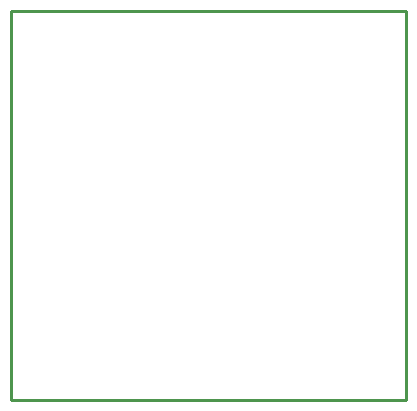
<source format=gko>
G04 Layer: BoardOutline*
G04 EasyEDA v6.1.34, Sat, 04 May 2019 03:32:15 GMT*
G04 a282187419204f9284f90a9f3713dfcb,c51538707a8b4a26ae849ea9e5911ac7,10*
G04 Gerber Generator version 0.2*
G04 Scale: 100 percent, Rotated: No, Reflected: No *
G04 Dimensions in millimeters *
G04 leading zeros omitted , absolute positions ,3 integer and 3 decimal *
%FSLAX33Y33*%
%MOMM*%
G90*
G71D02*

%ADD10C,0.254000*%
G54D10*
G01X0Y32893D02*
G01X33401Y32893D01*
G01X33401Y0D01*
G01X0Y0D01*
G01X0Y32893D01*

%LPD*%
M00*
M02*

</source>
